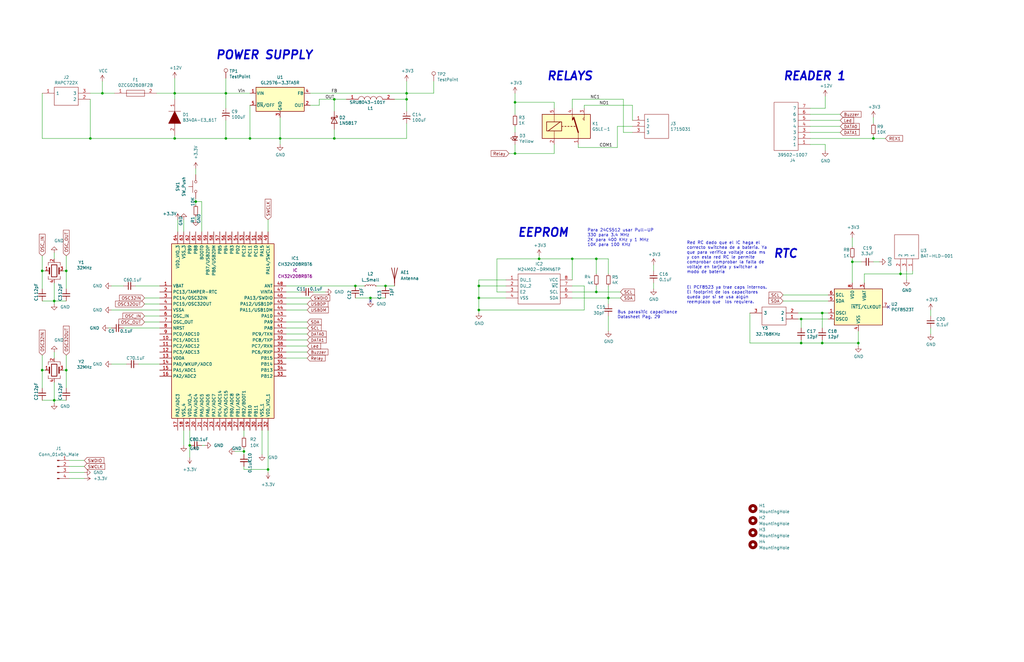
<source format=kicad_sch>
(kicad_sch (version 20211123) (generator eeschema)
  (paper "B")
  (title_block (date "2023-05-28"))
  (junction (at 337.82 144.78))
  (junction (at 359.41 110.49))
  (junction (at 162.56 120.65))
  (junction (at 22.86 127))
  (junction (at 27.94 156.21))
  (junction (at 346.71 132.08))
  (junction (at 17.78 156.21))
  (junction (at 251.46 109.22))
  (junction (at 217.17 64.77))
  (junction (at 43.18 39.37))
  (junction (at 379.73 115.57))
  (junction (at 118.11 58.42))
  (junction (at 73.66 58.42))
  (junction (at 22.86 168.91))
  (junction (at 95.25 39.37))
  (junction (at 201.93 120.65))
  (junction (at 227.33 109.22))
  (junction (at 337.82 134.62))
  (junction (at 113.03 198.12))
  (junction (at 368.3 58.42))
  (junction (at 82.55 85.09))
  (junction (at 95.25 58.42))
  (junction (at 149.86 120.65))
  (junction (at 241.3 109.22))
  (junction (at 217.17 43.18))
  (junction (at 73.66 39.37))
  (junction (at 105.41 58.42))
  (junction (at 201.93 125.73))
  (junction (at 201.93 130.81))
  (junction (at 38.1 58.42))
  (junction (at 361.95 144.78))
  (junction (at 102.87 190.5))
  (junction (at 140.97 41.91))
  (junction (at 80.01 187.96))
  (junction (at 171.45 39.37))
  (junction (at 140.97 58.42))
  (junction (at 17.78 114.3))
  (junction (at 256.54 125.73))
  (junction (at 346.71 144.78))
  (junction (at 171.45 41.91))
  (junction (at 251.46 123.19))
  (junction (at 156.21 125.73))
  (junction (at 27.94 114.3))
  (no_connect (at 156.21 127))
  (no_connect (at 374.65 129.54))
  (wire (pts (xy 260.35 53.34) (xy 260.35 62.23)))
  (wire (pts (xy 27.94 107.95) (xy 27.94 114.3)))
  (wire (pts (xy 132.08 123.19) (xy 137.16 123.19)))
  (wire (pts (xy 156.21 125.73) (xy 162.56 125.73)))
  (wire (pts (xy 130.81 39.37) (xy 171.45 39.37)))
  (wire (pts (xy 95.25 50.8) (xy 95.25 58.42)))
  (wire (pts (xy 363.22 110.49) (xy 359.41 110.49)))
  (wire (pts (xy 246.38 120.65) (xy 246.38 130.81)))
  (wire (pts (xy 336.55 132.08) (xy 346.71 132.08)))
  (wire (pts (xy 337.82 134.62) (xy 336.55 134.62)))
  (wire (pts (xy 373.38 58.42) (xy 368.3 58.42)))
  (wire (pts (xy 102.87 181.61) (xy 102.87 184.15)))
  (wire (pts (xy 341.63 58.42) (xy 368.3 58.42)))
  (wire (pts (xy 392.43 130.81) (xy 392.43 133.35)))
  (wire (pts (xy 120.65 148.59) (xy 129.54 148.59)))
  (wire (pts (xy 95.25 58.42) (xy 105.41 58.42)))
  (wire (pts (xy 359.41 100.33) (xy 359.41 104.14)))
  (wire (pts (xy 29.21 201.93) (xy 35.56 201.93)))
  (wire (pts (xy 134.62 44.45) (xy 134.62 41.91)))
  (wire (pts (xy 251.46 115.57) (xy 251.46 109.22)))
  (wire (pts (xy 73.66 39.37) (xy 73.66 33.02)))
  (wire (pts (xy 368.3 58.42) (xy 368.3 57.15)))
  (wire (pts (xy 102.87 196.85) (xy 102.87 198.12)))
  (wire (pts (xy 256.54 125.73) (xy 241.3 125.73)))
  (wire (pts (xy 213.36 118.11) (xy 201.93 118.11)))
  (wire (pts (xy 346.71 138.43) (xy 346.71 132.08)))
  (wire (pts (xy 149.86 125.73) (xy 156.21 125.73)))
  (wire (pts (xy 17.78 39.37) (xy 17.78 58.42)))
  (wire (pts (xy 337.82 143.51) (xy 337.82 144.78)))
  (wire (pts (xy 95.25 33.02) (xy 95.25 39.37)))
  (wire (pts (xy 22.86 168.91) (xy 27.94 168.91)))
  (wire (pts (xy 213.36 125.73) (xy 201.93 125.73)))
  (wire (pts (xy 99.06 190.5) (xy 102.87 190.5)))
  (wire (pts (xy 330.2 124.46) (xy 349.25 124.46)))
  (wire (pts (xy 22.86 119.38) (xy 22.86 127)))
  (wire (pts (xy 120.65 140.97) (xy 129.54 140.97)))
  (wire (pts (xy 227.33 109.22) (xy 227.33 107.95)))
  (wire (pts (xy 392.43 138.43) (xy 392.43 140.97)))
  (wire (pts (xy 241.3 109.22) (xy 227.33 109.22)))
  (wire (pts (xy 347.98 40.64) (xy 347.98 45.72)))
  (wire (pts (xy 316.23 144.78) (xy 337.82 144.78)))
  (wire (pts (xy 17.78 114.3) (xy 19.05 114.3)))
  (wire (pts (xy 354.33 48.26) (xy 341.63 48.26)))
  (wire (pts (xy 120.65 143.51) (xy 129.54 143.51)))
  (wire (pts (xy 316.23 132.08) (xy 316.23 144.78)))
  (wire (pts (xy 260.35 62.23) (xy 243.84 62.23)))
  (wire (pts (xy 233.68 45.72) (xy 233.68 43.18)))
  (wire (pts (xy 171.45 52.07) (xy 171.45 58.42)))
  (wire (pts (xy 140.97 46.99) (xy 140.97 41.91)))
  (wire (pts (xy 337.82 138.43) (xy 337.82 134.62)))
  (wire (pts (xy 347.98 45.72) (xy 341.63 45.72)))
  (wire (pts (xy 256.54 120.65) (xy 256.54 125.73)))
  (wire (pts (xy 120.65 146.05) (xy 129.54 146.05)))
  (wire (pts (xy 29.21 194.31) (xy 35.56 194.31)))
  (wire (pts (xy 22.86 127) (xy 22.86 128.27)))
  (wire (pts (xy 256.54 109.22) (xy 251.46 109.22)))
  (wire (pts (xy 354.33 53.34) (xy 341.63 53.34)))
  (wire (pts (xy 85.09 85.09) (xy 82.55 85.09)))
  (wire (pts (xy 217.17 43.18) (xy 217.17 48.26)))
  (wire (pts (xy 171.45 34.29) (xy 171.45 39.37)))
  (wire (pts (xy 105.41 58.42) (xy 118.11 58.42)))
  (wire (pts (xy 130.81 44.45) (xy 134.62 44.45)))
  (wire (pts (xy 95.25 45.72) (xy 95.25 39.37)))
  (wire (pts (xy 120.65 123.19) (xy 127 123.19)))
  (wire (pts (xy 346.71 143.51) (xy 346.71 144.78)))
  (wire (pts (xy 346.71 144.78) (xy 361.95 144.78)))
  (wire (pts (xy 262.89 55.88) (xy 262.89 41.91)))
  (wire (pts (xy 354.33 55.88) (xy 341.63 55.88)))
  (wire (pts (xy 77.47 92.71) (xy 77.47 97.79)))
  (wire (pts (xy 60.96 125.73) (xy 67.31 125.73)))
  (wire (pts (xy 171.45 58.42) (xy 140.97 58.42)))
  (wire (pts (xy 46.99 153.67) (xy 53.34 153.67)))
  (wire (pts (xy 359.41 109.22) (xy 359.41 110.49)))
  (wire (pts (xy 233.68 64.77) (xy 217.17 64.77)))
  (wire (pts (xy 73.66 57.15) (xy 73.66 58.42)))
  (wire (pts (xy 246.38 130.81) (xy 201.93 130.81)))
  (wire (pts (xy 85.09 187.96) (xy 86.36 187.96)))
  (wire (pts (xy 266.7 55.88) (xy 262.89 55.88)))
  (wire (pts (xy 384.81 114.3) (xy 384.81 115.57)))
  (wire (pts (xy 60.96 133.35) (xy 67.31 133.35)))
  (wire (pts (xy 45.72 138.43) (xy 46.99 138.43)))
  (wire (pts (xy 379.73 115.57) (xy 379.73 114.3)))
  (wire (pts (xy 120.65 120.65) (xy 149.86 120.65)))
  (wire (pts (xy 102.87 190.5) (xy 102.87 191.77)))
  (wire (pts (xy 118.11 49.53) (xy 118.11 58.42)))
  (wire (pts (xy 364.49 115.57) (xy 379.73 115.57)))
  (wire (pts (xy 22.86 106.68) (xy 22.86 109.22)))
  (wire (pts (xy 17.78 107.95) (xy 17.78 114.3)))
  (wire (pts (xy 275.59 119.38) (xy 275.59 121.92)))
  (wire (pts (xy 120.65 125.73) (xy 130.81 125.73)))
  (wire (pts (xy 17.78 156.21) (xy 19.05 156.21)))
  (wire (pts (xy 77.47 181.61) (xy 77.47 187.96)))
  (wire (pts (xy 80.01 181.61) (xy 80.01 187.96)))
  (wire (pts (xy 85.09 97.79) (xy 85.09 85.09)))
  (wire (pts (xy 266.7 53.34) (xy 260.35 53.34)))
  (wire (pts (xy 73.66 41.91) (xy 73.66 39.37)))
  (wire (pts (xy 241.3 118.11) (xy 241.3 109.22)))
  (wire (pts (xy 140.97 54.61) (xy 140.97 58.42)))
  (wire (pts (xy 17.78 127) (xy 22.86 127)))
  (wire (pts (xy 102.87 189.23) (xy 102.87 190.5)))
  (wire (pts (xy 38.1 41.91) (xy 38.1 58.42)))
  (wire (pts (xy 256.54 128.27) (xy 256.54 125.73)))
  (wire (pts (xy 110.49 181.61) (xy 110.49 191.77)))
  (wire (pts (xy 182.88 39.37) (xy 171.45 39.37)))
  (wire (pts (xy 201.93 130.81) (xy 201.93 132.08)))
  (wire (pts (xy 330.2 127) (xy 349.25 127)))
  (wire (pts (xy 80.01 187.96) (xy 80.01 193.04)))
  (wire (pts (xy 105.41 44.45) (xy 105.41 58.42)))
  (wire (pts (xy 120.65 138.43) (xy 129.54 138.43)))
  (wire (pts (xy 384.81 115.57) (xy 379.73 115.57)))
  (wire (pts (xy 262.89 41.91) (xy 241.3 41.91)))
  (wire (pts (xy 120.65 130.81) (xy 129.54 130.81)))
  (wire (pts (xy 43.18 34.29) (xy 43.18 39.37)))
  (wire (pts (xy 266.7 44.45) (xy 246.38 44.45)))
  (wire (pts (xy 359.41 110.49) (xy 359.41 119.38)))
  (wire (pts (xy 382.27 118.11) (xy 382.27 114.3)))
  (wire (pts (xy 156.21 125.73) (xy 156.21 127)))
  (wire (pts (xy 171.45 39.37) (xy 171.45 41.91)))
  (wire (pts (xy 162.56 120.65) (xy 166.37 120.65)))
  (wire (pts (xy 27.94 114.3) (xy 27.94 121.92)))
  (wire (pts (xy 261.62 125.73) (xy 256.54 125.73)))
  (wire (pts (xy 113.03 181.61) (xy 113.03 198.12)))
  (wire (pts (xy 22.86 161.29) (xy 22.86 168.91)))
  (wire (pts (xy 120.65 151.13) (xy 129.54 151.13)))
  (wire (pts (xy 347.98 60.96) (xy 347.98 63.5)))
  (wire (pts (xy 246.38 44.45) (xy 246.38 45.72)))
  (wire (pts (xy 241.3 123.19) (xy 251.46 123.19)))
  (wire (pts (xy 368.3 52.07) (xy 368.3 49.53)))
  (wire (pts (xy 233.68 43.18) (xy 217.17 43.18)))
  (wire (pts (xy 74.93 92.71) (xy 74.93 97.79)))
  (wire (pts (xy 354.33 50.8) (xy 341.63 50.8)))
  (wire (pts (xy 361.95 144.78) (xy 361.95 146.05)))
  (wire (pts (xy 102.87 198.12) (xy 113.03 198.12)))
  (wire (pts (xy 17.78 149.86) (xy 17.78 156.21)))
  (wire (pts (xy 256.54 133.35) (xy 256.54 139.7)))
  (wire (pts (xy 27.94 149.86) (xy 27.94 156.21)))
  (wire (pts (xy 120.65 135.89) (xy 129.54 135.89)))
  (wire (pts (xy 82.55 83.82) (xy 82.55 85.09)))
  (wire (pts (xy 140.97 41.91) (xy 146.05 41.91)))
  (wire (pts (xy 43.18 39.37) (xy 48.26 39.37)))
  (wire (pts (xy 73.66 39.37) (xy 95.25 39.37)))
  (wire (pts (xy 233.68 60.96) (xy 233.68 64.77)))
  (wire (pts (xy 217.17 53.34) (xy 217.17 55.88)))
  (wire (pts (xy 201.93 118.11) (xy 201.93 120.65)))
  (wire (pts (xy 60.96 128.27) (xy 67.31 128.27)))
  (wire (pts (xy 213.36 120.65) (xy 201.93 120.65)))
  (wire (pts (xy 214.63 64.77) (xy 217.17 64.77)))
  (wire (pts (xy 118.11 58.42) (xy 140.97 58.42)))
  (wire (pts (xy 361.95 139.7) (xy 361.95 144.78)))
  (wire (pts (xy 241.3 41.91) (xy 241.3 45.72)))
  (wire (pts (xy 52.07 138.43) (xy 67.31 138.43)))
  (wire (pts (xy 341.63 60.96) (xy 347.98 60.96)))
  (wire (pts (xy 82.55 91.44) (xy 82.55 92.71)))
  (wire (pts (xy 66.04 39.37) (xy 73.66 39.37)))
  (wire (pts (xy 337.82 144.78) (xy 346.71 144.78)))
  (wire (pts (xy 27.94 156.21) (xy 27.94 163.83)))
  (wire (pts (xy 182.88 34.29) (xy 182.88 39.37)))
  (wire (pts (xy 251.46 123.19) (xy 261.62 123.19)))
  (wire (pts (xy 275.59 111.76) (xy 275.59 114.3)))
  (wire (pts (xy 17.78 114.3) (xy 17.78 121.92)))
  (wire (pts (xy 22.86 148.59) (xy 22.86 151.13)))
  (wire (pts (xy 82.55 71.12) (xy 82.55 73.66)))
  (wire (pts (xy 243.84 62.23) (xy 243.84 60.96)))
  (wire (pts (xy 113.03 92.71) (xy 113.03 97.79)))
  (wire (pts (xy 209.55 123.19) (xy 209.55 109.22)))
  (wire (pts (xy 209.55 109.22) (xy 227.33 109.22)))
  (wire (pts (xy 82.55 85.09) (xy 82.55 86.36)))
  (wire (pts (xy 349.25 134.62) (xy 337.82 134.62)))
  (wire (pts (xy 60.96 135.89) (xy 67.31 135.89)))
  (wire (pts (xy 120.65 128.27) (xy 129.54 128.27)))
  (wire (pts (xy 217.17 64.77) (xy 217.17 60.96)))
  (wire (pts (xy 364.49 115.57) (xy 364.49 119.38)))
  (wire (pts (xy 201.93 125.73) (xy 201.93 130.81)))
  (wire (pts (xy 251.46 120.65) (xy 251.46 123.19)))
  (wire (pts (xy 251.46 109.22) (xy 241.3 109.22)))
  (wire (pts (xy 171.45 46.99) (xy 171.45 41.91)))
  (wire (pts (xy 213.36 123.19) (xy 209.55 123.19)))
  (wire (pts (xy 266.7 50.8) (xy 266.7 44.45)))
  (wire (pts (xy 38.1 39.37) (xy 43.18 39.37)))
  (wire (pts (xy 346.71 132.08) (xy 349.25 132.08)))
  (wire (pts (xy 22.86 168.91) (xy 22.86 170.18)))
  (wire (pts (xy 26.67 156.21) (xy 27.94 156.21)))
  (wire (pts (xy 241.3 120.65) (xy 246.38 120.65)))
  (wire (pts (xy 158.75 120.65) (xy 162.56 120.65)))
  (wire (pts (xy 46.99 120.65) (xy 52.07 120.65)))
  (wire (pts (xy 29.21 199.39) (xy 35.56 199.39)))
  (wire (pts (xy 22.86 127) (xy 27.94 127)))
  (wire (pts (xy 58.42 153.67) (xy 67.31 153.67)))
  (wire (pts (xy 149.86 120.65) (xy 153.67 120.65)))
  (wire (pts (xy 26.67 114.3) (xy 27.94 114.3)))
  (wire (pts (xy 113.03 198.12) (xy 113.03 199.39)))
  (wire (pts (xy 370.84 110.49) (xy 368.3 110.49)))
  (wire (pts (xy 17.78 156.21) (xy 17.78 163.83)))
  (wire (pts (xy 256.54 115.57) (xy 256.54 109.22)))
  (wire (pts (xy 73.66 58.42) (xy 95.25 58.42)))
  (wire (pts (xy 201.93 120.65) (xy 201.93 125.73)))
  (wire (pts (xy 217.17 39.37) (xy 217.17 43.18)))
  (wire (pts (xy 118.11 60.96) (xy 118.11 58.42)))
  (wire (pts (xy 46.99 130.81) (xy 67.31 130.81)))
  (wire (pts (xy 166.37 41.91) (xy 171.45 41.91)))
  (wire (pts (xy 38.1 58.42) (xy 73.66 58.42)))
  (wire (pts (xy 134.62 41.91) (xy 140.97 41.91)))
  (wire (pts (xy 29.21 196.85) (xy 35.56 196.85)))
  (wire (pts (xy 17.78 168.91) (xy 22.86 168.91)))
  (wire (pts (xy 17.78 58.42) (xy 38.1 58.42)))
  (wire (pts (xy 57.15 120.65) (xy 67.31 120.65)))
  (wire (pts (xy 105.41 39.37) (xy 95.25 39.37)))
  (text "RELAYS" (at 250.19 34.29 180) (effects (font (size 3.5052 3.5052) (thickness 0.701) bold italic) (justify right bottom)))
  (text "RTC" (at 336.55 109.22 180) (effects (font (size 3.5052 3.5052) (thickness 0.701) bold italic) (justify right bottom)))
  (text "READER 1" (at 356.87 34.29 180) (effects (font (size 3.5052 3.5052) (thickness 0.701) bold italic) (justify right bottom)))
  (text "EEPROM" (at 240.03 100.33 180) (effects (font (size 3.5052 3.5052) (thickness 0.701) bold italic) (justify right bottom)))
  (text "Bus parasitic capacitance\nDatasheet Pag. 29\n" (at 260.35 134.62 0) (effects (font (size 1.27 1.27)) (justify left bottom)))
  (text "Red RC dado que el IC haga el\ncorrecto switchea de a bateria. Ya\nque para verifica voltaje cada ms\ny con esta red RC le permite\ncomprobar comprobar la falta de\nvoltaje en tarjeta y switchar a\nmodo de batería" (at 289.56 115.57 0) (effects (font (size 1.27 1.27)) (justify left bottom)))
  (text "El PCF8523 ya trae caps internos.\nEl footprint de los capacitores \nqueda por si se usa algún\nreemplazo que  los requiera." (at 289.56 128.27 0) (effects (font (size 1.27 1.27)) (justify left bottom)))
  (text "POWER SUPPLY" (at 132.08 25.4 180) (effects (font (size 3.5052 3.5052) (thickness 0.701) bold italic) (justify right bottom)))
  (text "Para 24CS512 usar Pull-UP\n330 para 3.4 MHz\n2K para 400 KHz y 1 MHz\n10K para 100 KHz" (at 247.65 104.14 0) (effects (font (size 1.27 1.27)) (justify left bottom)))
  (label "NO1" (at 252.73 44.45 0))
  (label "Vin" (at 100.33 39.37 0))
  (label "FB" (at 139.7 39.37 0))
  (label "OUT" (at 137.16 41.91 0))
  (label "NC1" (at 248.92 41.91 0))
  (label "COM1" (at 252.73 62.23 0))
  (global_label "SWCLK" (shape input) (at 35.56 196.85 0) (property "Intersheet References" "${INTERSHEET_REFS}" (effects hide)))
  (global_label "SWCLK" (shape input) (at 113.03 92.71 90) (property "Intersheet References" "${INTERSHEET_REFS}" (effects hide)))
  (global_label "Relay" (shape input) (at 129.54 151.13 0) (property "Intersheet References" "${INTERSHEET_REFS}" (effects hide)))
  (global_label "SWDIO" (shape input) (at 35.56 194.31 0) (property "Intersheet References" "${INTERSHEET_REFS}" (effects hide)))
  (global_label "DATA0" (shape input) (at 129.54 140.97 0) (property "Intersheet References" "${INTERSHEET_REFS}" (effects hide)))
  (global_label "OSC32OUT" (shape input) (at 27.94 149.86 90) (property "Intersheet References" "${INTERSHEET_REFS}" (effects hide)))
  (global_label "REX1" (shape input) (at 373.38 58.42 0) (property "Intersheet References" "${INTERSHEET_REFS}" (effects hide)))
  (global_label "DATA0" (shape input) (at 354.33 53.34 0) (property "Intersheet References" "${INTERSHEET_REFS}" (effects hide)))
  (global_label "USBDP" (shape input) (at 129.54 128.27 0) (property "Intersheet References" "${INTERSHEET_REFS}" (effects hide)))
  (global_label "OSC_OUT" (shape input) (at 60.96 135.89 180) (property "Intersheet References" "${INTERSHEET_REFS}" (effects hide)))
  (global_label "Led" (shape input) (at 354.33 50.8 0) (property "Intersheet References" "${INTERSHEET_REFS}" (effects hide)))
  (global_label "OSC32OUT" (shape input) (at 60.96 128.27 180) (property "Intersheet References" "${INTERSHEET_REFS}" (effects hide)))
  (global_label "DATA1" (shape input) (at 354.33 55.88 0) (property "Intersheet References" "${INTERSHEET_REFS}" (effects hide)))
  (global_label "OSC32IN" (shape input) (at 17.78 149.86 90) (property "Intersheet References" "${INTERSHEET_REFS}" (effects hide)))
  (global_label "Buzzer" (shape input) (at 129.54 148.59 0) (property "Intersheet References" "${INTERSHEET_REFS}" (effects hide)))
  (global_label "SDA" (shape input) (at 261.62 125.73 0) (property "Intersheet References" "${INTERSHEET_REFS}" (effects hide)))
  (global_label "SWDIO" (shape input) (at 130.81 125.73 0) (property "Intersheet References" "${INTERSHEET_REFS}" (effects hide)))
  (global_label "OSC_OUT" (shape input) (at 27.94 107.95 90) (property "Intersheet References" "${INTERSHEET_REFS}" (effects hide)))
  (global_label "OSC32IN" (shape input) (at 60.96 125.73 180) (property "Intersheet References" "${INTERSHEET_REFS}" (effects hide)))
  (global_label "OSC_IN" (shape input) (at 60.96 133.35 180) (property "Intersheet References" "${INTERSHEET_REFS}" (effects hide)))
  (global_label "Relay" (shape input) (at 214.63 64.77 180) (property "Intersheet References" "${INTERSHEET_REFS}" (effects hide)))
  (global_label "OSC_IN" (shape input) (at 17.78 107.95 90) (property "Intersheet References" "${INTERSHEET_REFS}" (effects hide)))
  (global_label "Buzzer" (shape input) (at 354.33 48.26 0) (property "Intersheet References" "${INTERSHEET_REFS}" (effects hide)))
  (global_label "SCL" (shape input) (at 330.2 124.46 180) (property "Intersheet References" "${INTERSHEET_REFS}" (effects hide)))
  (global_label "SCL" (shape input) (at 261.62 123.19 0) (property "Intersheet References" "${INTERSHEET_REFS}" (effects hide)))
  (global_label "DATA1" (shape input) (at 129.54 143.51 0) (property "Intersheet References" "${INTERSHEET_REFS}" (effects hide)))
  (global_label "SCL" (shape input) (at 129.54 138.43 0) (property "Intersheet References" "${INTERSHEET_REFS}" (effects hide)))
  (global_label "SDA" (shape input) (at 330.2 127 180) (property "Intersheet References" "${INTERSHEET_REFS}" (effects hide)))
  (global_label "Led" (shape input) (at 129.54 146.05 0) (property "Intersheet References" "${INTERSHEET_REFS}" (effects hide)))
  (global_label "SDA" (shape input) (at 129.54 135.89 0) (property "Intersheet References" "${INTERSHEET_REFS}" (effects hide)))
  (global_label "USBDM" (shape input) (at 129.54 130.81 0) (property "Intersheet References" "${INTERSHEET_REFS}" (effects hide)))
  (symbol (lib_id "NE31-V5.1-rescue:RAPC722X-Loader") (at 38.1 39.37 0) (mirror y) (unit 1)
    (property "Reference" "J2" (at 27.94 32.639 0))
    (property "Value" "RAPC722X" (at 27.94 34.9504 0))
    (property "Footprint" "Library Loader:RAPC722X" (effects hide))
    (property "Datasheet" "http://www.switchcraft.com/Drawings/rapc722x_cd.pdf" (effects hide))
    (property "Description" "DC Powered Thermoplastic Jack Connector Right Angle DC Power Plug Rated At 5A, PCB Mount, length 14.5mm, Nickel Plate" (effects hide))
    (property "Mouser Part Number" "502-RAPC722X" (effects hide))
    (property "Mouser Price/Stock" "https://www.mouser.co.uk/ProductDetail/Switchcraft/RAPC722X?qs=mcPJWgAPNrcpPpDRJojN%252Bg%3D%3D" (effects hide))
    (property "Manufacturer_Name" "Switchcraft" (effects hide))
    (property "Manufacturer_Part_Number" "RAPC722X" (effects hide))
  )
  (symbol (lib_id "NE31-V5.1-rescue:+3.3V-power") (at 392.43 130.81 0) (unit 1)
    (property "Reference" "#PWR040" (effects hide))
    (property "Value" "+3.3V" (at 392.811 126.4158 0))
  )
  (symbol (lib_id "Device:R_Small") (at 368.3 54.61 0) (unit 1)
    (property "Reference" "R9" (at 369.7986 53.4416 0) (effects (justify left)))
    (property "Value" "10K" (at 369.7986 55.753 0) (effects (justify left)))
    (property "Footprint" "Resistor_SMD:R_0805_2012Metric_Pad1.20x1.40mm_HandSolder" (effects hide))
  )
  (symbol (lib_id "Device:C_Small") (at 149.86 123.19 180) (unit 1)
    (property "Reference" "C12" (at 147.32 124.46 90))
    (property "Value" "1pF" (at 152.4 123.19 90))
    (property "Footprint" "Capacitor_SMD:C_0805_2012Metric_Pad1.18x1.45mm_HandSolder" (effects hide))
  )
  (symbol (lib_id "NE31-V5.1-rescue:B340A-E3_61T-Loader") (at 73.66 41.91 270) (unit 1)
    (property "Reference" "D1" (at 76.962 48.3616 90) (effects (justify left)))
    (property "Value" "B340A-E3_61T" (at 76.962 50.673 90) (effects (justify left)))
    (property "Footprint" "Diode_SMD:D_SMA" (effects hide))
    (property "Datasheet" "https://ms.componentsearchengine.com/Datasheets/2/B340A-E3_61T.pdf" (effects hide))
    (property "Description" "VISHAY - B340A-E3/61T - Schottky Rectifier, 40 V, 3 A, Single, DO-214AC (SMA), 2 Pins, 550 mV" (effects hide))
    (property "Height" "2.29" (effects hide))
    (property "Mouser Part Number" "625-BD340A-E3/61T" (effects hide))
    (property "Mouser Price/Stock" "https://www.mouser.co.uk/ProductDetail/Vishay-General-Semiconductor/B340A-E3-61T?qs=tdXsjSi%2FIMY4I2dGLbnpzg%3D%3D" (effects hide))
    (property "Manufacturer_Name" "Vishay" (effects hide))
    (property "Manufacturer_Part_Number" "B340A-E3/61T" (effects hide))
  )
  (symbol (lib_id "power:GND") (at 35.56 199.39 90) (unit 1)
    (property "Reference" "#PWR05" (effects hide))
    (property "Value" "GND" (at 39.37 199.3899 90) (effects (justify right)))
  )
  (symbol (lib_id "Relay:G5LE-1") (at 238.76 53.34 0) (unit 1)
    (property "Reference" "K1" (at 249.682 52.1716 0) (effects (justify left)))
    (property "Value" "G5LE-1" (at 249.682 54.483 0) (effects (justify left)))
    (property "Footprint" "Relay_THT:Relay_SPDT_Omron-G5LE-1" (effects hide))
    (property "Datasheet" "http://www.omron.com/ecb/products/pdf/en-g5le.pdf" (effects hide))
  )
  (symbol (lib_id "Diode:1N5817") (at 140.97 50.8 270) (unit 1)
    (property "Reference" "D2" (at 143.002 49.6316 90) (effects (justify left)))
    (property "Value" "1N5817" (at 143.002 51.943 90) (effects (justify left)))
    (property "Footprint" "Diode_SMD:D_SOD-123" (effects hide))
    (property "Datasheet" "http://www.vishay.com/docs/88525/1n5817.pdf" (effects hide))
    (property "Manufacturer_Name" "Diodes Incorporated" (effects hide))
    (property "Manufacturer_Part_Number" "1N5819HW1-7-F" (effects hide))
  )
  (symbol (lib_id "power:GND") (at 256.54 139.7 0) (unit 1)
    (property "Reference" "#PWR030" (effects hide))
    (property "Value" "GND" (at 256.667 144.0942 0))
  )
  (symbol (lib_id "power:GND") (at 137.16 123.19 90) (unit 1)
    (property "Reference" "#PWR024" (effects hide))
    (property "Value" "GND" (at 140.97 123.1899 90) (effects (justify right)))
  )
  (symbol (lib_id "power:GND") (at 77.47 92.71 180) (unit 1)
    (property "Reference" "#PWR014" (effects hide))
    (property "Value" "GND" (at 76.2 95.25 90) (effects (justify right)))
  )
  (symbol (lib_id "power:GND") (at 45.72 138.43 270) (unit 1)
    (property "Reference" "#PWR08" (effects hide))
    (property "Value" "GND" (at 41.91 138.4299 90) (effects (justify right)))
  )
  (symbol (lib_id "Mechanical:MountingHole") (at 317.5 229.87 0) (unit 1)
    (property "Reference" "H4" (at 320.04 228.5999 0) (effects (justify left)))
    (property "Value" "MountingHole" (at 320.04 231.1399 0) (effects (justify left)))
    (property "Footprint" "MountingHole:MountingHole_4.3mm_M4" (effects hide))
  )
  (symbol (lib_id "NE31-V5.1-rescue:+3.3V-power") (at 359.41 100.33 0) (unit 1)
    (property "Reference" "#PWR035" (effects hide))
    (property "Value" "+3.3V" (at 359.791 95.9358 0))
  )
  (symbol (lib_id "Connector:TestPoint") (at 95.25 33.02 0) (unit 1)
    (property "Reference" "TP1" (at 96.7232 30.0228 0) (effects (justify left)))
    (property "Value" "TestPoint" (at 96.7232 32.3342 0) (effects (justify left)))
    (property "Footprint" "TestPoint:TestPoint_THTPad_1.5x1.5mm_Drill0.7mm" (effects hide))
  )
  (symbol (lib_id "Library Loader:CH32V208RBT6") (at 67.31 120.65 0) (unit 1)
    (property "Reference" "IC1" (at 124.46 108.9912 0))
    (property "Value" "CH32V208RBT6" (at 124.46 111.5312 0))
    (property "Footprint" "Library Loader:CH32V203C8T6_LQFP-48_7x7mm_P0.5mm" (effects hide))
    (property "Reference_1" "IC" (at 124.46 114.0712 0))
    (property "Value_1" "CH32V208RBT6" (at 124.46 116.6112 0))
    (property "Footprint_1" "QFP50P1200X1200X150-64N" (effects hide))
    (property "Datasheet_1" "https://www.wch-ic.com/downloads/CH32V208DS0_PDF.html" (effects hide))
    (property "Height" "1.5" (effects hide))
    (property "Manufacturer_Name" "WCH" (effects hide))
    (property "Manufacturer_Part_Number" "CH32V208RBT6" (effects hide))
  )
  (symbol (lib_id "Device:C_Small") (at 27.94 124.46 180) (unit 1)
    (property "Reference" "C3" (at 25.4 125.73 90))
    (property "Value" "12pF" (at 25.4 121.92 90))
    (property "Footprint" "Capacitor_SMD:C_0805_2012Metric_Pad1.18x1.45mm_HandSolder" (effects hide))
  )
  (symbol (lib_id "Mechanical:MountingHole") (at 317.5 224.79 0) (unit 1)
    (property "Reference" "H3" (at 320.04 223.5199 0) (effects (justify left)))
    (property "Value" "MountingHole" (at 320.04 226.0599 0) (effects (justify left)))
    (property "Footprint" "MountingHole:MountingHole_4.3mm_M4" (effects hide))
  )
  (symbol (lib_id "power:GND") (at 275.59 121.92 0) (unit 1)
    (property "Reference" "#PWR032" (effects hide))
    (property "Value" "GND" (at 275.717 126.3142 0))
  )
  (symbol (lib_id "Device:C_Small") (at 27.94 166.37 180) (unit 1)
    (property "Reference" "C4" (at 25.4 167.64 90))
    (property "Value" "12pF" (at 25.4 163.83 90))
    (property "Footprint" "Capacitor_SMD:C_0805_2012Metric_Pad1.18x1.45mm_HandSolder" (effects hide))
  )
  (symbol (lib_id "power:GND") (at 22.86 170.18 0) (unit 1)
    (property "Reference" "#PWR04" (effects hide))
    (property "Value" "GND" (at 25.4 171.4499 0) (effects (justify left)))
  )
  (symbol (lib_id "BPV2-rescue:+3.3V-power") (at 217.17 39.37 0) (unit 1)
    (property "Reference" "#PWR0101" (effects hide))
    (property "Value" "+3.3V" (at 217.551 34.9758 0))
  )
  (symbol (lib_id "Device:C_Small") (at 102.87 194.31 0) (unit 1)
    (property "Reference" "C10" (at 105.41 193.04 90))
    (property "Value" "0.1uF" (at 105.41 196.85 90))
    (property "Footprint" "Capacitor_SMD:C_0805_2012Metric_Pad1.18x1.45mm_HandSolder" (effects hide))
  )
  (symbol (lib_id "power:GND") (at 22.86 106.68 180) (unit 1)
    (property "Reference" "#PWR01" (effects hide))
    (property "Value" "GND" (at 22.86 101.6 0) (effects (justify right)))
  )
  (symbol (lib_id "power:GND") (at 77.47 187.96 0) (unit 1)
    (property "Reference" "#PWR015" (effects hide))
    (property "Value" "GND" (at 80.01 189.2299 0) (effects (justify left)))
  )
  (symbol (lib_id "Device:R_Small") (at 82.55 88.9 180) (unit 1)
    (property "Reference" "R1" (at 81.28 92.71 90))
    (property "Value" "10K" (at 81.28 85.09 90))
    (property "Footprint" "Resistor_SMD:R_0805_2012Metric_Pad1.20x1.40mm_HandSolder" (effects hide))
  )
  (symbol (lib_id "power:GND") (at 22.86 128.27 0) (unit 1)
    (property "Reference" "#PWR02" (effects hide))
    (property "Value" "GND" (at 25.4 129.5399 0) (effects (justify left)))
  )
  (symbol (lib_id "Device:C_Small") (at 82.55 187.96 90) (unit 1)
    (property "Reference" "C8" (at 81.28 185.42 90))
    (property "Value" "0.1uF" (at 85.09 185.42 90))
    (property "Footprint" "Capacitor_SMD:C_0805_2012Metric_Pad1.18x1.45mm_HandSolder" (effects hide))
  )
  (symbol (lib_id "NE31-V5.1-rescue:39502-1007-Loader") (at 341.63 60.96 180) (unit 1)
    (property "Reference" "J4" (at 334.2132 67.691 0))
    (property "Value" "39502-1007" (at 334.2132 65.3796 0))
    (property "Footprint" "Library Loader:SHDRRA7W80P0X350_1X7_2590X920X730P" (effects hide))
    (property "Datasheet" "https://www.molex.com/pdm_docs/sd/395021007_sd.pdf" (effects hide))
    (property "Description" "Pluggable Terminal Blocks 3.5MM HOR PCB HDR 7 CIRCUITS" (effects hide))
    (property "Height" "7.3" (effects hide))
    (property "Mouser Part Number" "538-39502-1007" (effects hide))
    (property "Mouser Price/Stock" "https://www.mouser.co.uk/ProductDetail/Molex/39502-1007?qs=haJlXwgIYR0hhSR3z4BP8g%3D%3D" (effects hide))
    (property "Manufacturer_Name" "Molex" (effects hide))
    (property "Manufacturer_Part_Number" "39502-1007" (effects hide))
  )
  (symbol (lib_id "power:GND") (at 382.27 118.11 0) (unit 1)
    (property "Reference" "#PWR039" (effects hide))
    (property "Value" "GND" (at 382.397 122.5042 0))
  )
  (symbol (lib_id "Mechanical:MountingHole") (at 317.5 219.71 0) (unit 1)
    (property "Reference" "H2" (at 320.04 218.4399 0) (effects (justify left)))
    (property "Value" "MountingHole" (at 320.04 220.9799 0) (effects (justify left)))
    (property "Footprint" "MountingHole:MountingHole_4.3mm_M4" (effects hide))
  )
  (symbol (lib_id "Device:R_Small") (at 251.46 118.11 0) (unit 1)
    (property "Reference" "R4" (at 246.38 116.84 0) (effects (justify left)))
    (property "Value" "4K" (at 247.65 119.38 0) (effects (justify left)))
    (property "Footprint" "Resistor_SMD:R_0805_2012Metric_Pad1.20x1.40mm_HandSolder" (effects hide))
  )
  (symbol (lib_id "power:GND") (at 46.99 153.67 270) (unit 1)
    (property "Reference" "#PWR011" (effects hide))
    (property "Value" "GND" (at 43.18 153.6699 90) (effects (justify right)))
  )
  (symbol (lib_id "Device:Antenna") (at 166.37 115.57 0) (unit 1)
    (property "Reference" "AE1" (at 168.91 114.9349 0) (effects (justify left)))
    (property "Value" "Antenna" (at 168.91 117.4749 0) (effects (justify left)))
    (property "Footprint" "Library Loader:ANT-F-1-2.4G-0.2MM-FPC-WCH" (effects hide))
  )
  (symbol (lib_id "BPV2-rescue:DO3316P-104MLD-Loader") (at 146.05 41.91 0) (unit 1)
    (property "Reference" "L1" (at 156.21 45.72 0))
    (property "Value" "SRU8043-101Y" (at 154.94 43.18 0))
    (property "Footprint" "Inductor_SMD:L_Bourns-SRU8028_8.0x8.0mm" (effects hide))
    (property "Description" "Fixed Inductors 100uH Unshld 20% 1.3A 280mOhms" (effects hide))
    (property "Height" "5.21" (effects hide))
    (property "Mouser Part Number" "994-DO3316P-104MLD" (effects hide))
    (property "Mouser Price/Stock" "https://www.mouser.co.uk/ProductDetail/Coilcraft/DO3316P-104MLD?qs=zCSbvcPd3pbgNGEz7ZAmHQ%3D%3D" (effects hide))
    (property "Manufacturer_Name" "COILCRAFT" (effects hide))
    (property "Manufacturer_Part_Number" "SRU8043-101Y" (effects hide))
  )
  (symbol (lib_id "power:+3.3V") (at 74.93 92.71 0) (unit 1)
    (property "Reference" "#PWR013" (effects hide))
    (property "Value" "+3.3V" (at 68.58 90.17 0) (effects (justify left)))
  )
  (symbol (lib_id "Device:C_Small") (at 54.61 120.65 90) (unit 1)
    (property "Reference" "C6" (at 53.34 118.11 90))
    (property "Value" "0.1uF" (at 57.15 118.11 90))
    (property "Footprint" "Capacitor_SMD:C_0805_2012Metric_Pad1.18x1.45mm_HandSolder" (effects hide))
  )
  (symbol (lib_id "power:+3.3V") (at 35.56 201.93 270) (unit 1)
    (property "Reference" "#PWR06" (effects hide))
    (property "Value" "+3.3V" (at 39.37 201.9299 90) (effects (justify left)))
  )
  (symbol (lib_id "Device:C_Small") (at 392.43 135.89 0) (unit 1)
    (property "Reference" "C20" (at 394.7668 134.7216 0) (effects (justify left)))
    (property "Value" "0.1uF" (at 394.7668 137.033 0) (effects (justify left)))
    (property "Footprint" "Capacitor_SMD:C_0805_2012Metric_Pad1.18x1.45mm_HandSolder" (effects hide))
    (property "Manufacturer_Name" "Wurth" (effects hide))
    (property "Manufacturer_Part_Number" "885012207016" (effects hide))
    (property "Mouser Part Number" "710-885012207016" (effects hide))
    (property "Mouser Price/Stock" "https://www.mouser.mx/c/passive-components/capacitors/ceramic-capacitors/mlccs-multilayer-ceramic-capacitors/multilayer-ceramic-capacitors-mlcc-smd-smt/?capacitance=0.1%20uF&case%20code%20-%20in=0805&instock=y&sort=pricing" (effects hide))
  )
  (symbol (lib_id "power:+12V") (at 73.66 33.02 0) (unit 1)
    (property "Reference" "#PWR012" (effects hide))
    (property "Value" "+12V" (at 74.041 28.6258 0))
  )
  (symbol (lib_id "Device:C_Small") (at 365.76 110.49 270) (unit 1)
    (property "Reference" "C19" (at 365.76 104.6734 90))
    (property "Value" "3.3uF" (at 365.76 106.9848 90))
    (property "Footprint" "Capacitor_SMD:C_0805_2012Metric_Pad1.18x1.45mm_HandSolder" (effects hide))
  )
  (symbol (lib_id "Device:C_Small") (at 162.56 123.19 180) (unit 1)
    (property "Reference" "C13" (at 160.02 124.46 90))
    (property "Value" "1pF" (at 165.1 123.19 90))
    (property "Footprint" "Capacitor_SMD:C_0805_2012Metric_Pad1.18x1.45mm_HandSolder" (effects hide))
  )
  (symbol (lib_id "NE31-V5.1-rescue:0ZCG0260BF2B-Loader") (at 48.26 39.37 0) (unit 1)
    (property "Reference" "F1" (at 57.15 33.655 0))
    (property "Value" "0ZCG0260BF2B" (at 57.15 35.9664 0))
    (property "Footprint" "Fuse:Fuse_0805_2012Metric_Pad1.15x1.40mm_HandSolder" (effects hide))
    (property "Datasheet" "https://datasheet.datasheetarchive.com/originals/distributors/Datasheets_SAMA/44944b3a27f8483a7253631e04029a1a.pdf" (effects hide))
    (property "Description" "BEL FUSE - CIRCUIT PROTECTION - 0ZCG0260BF2B - FUSE, RESETTABLE PTC, 16VDC, 2.6A, SMD" (effects hide))
    (property "Height" "1.55" (effects hide))
    (property "Manufacturer_Name" "Bel Circuit Protection" (effects hide))
    (property "Manufacturer_Part_Number" "0ZCG0260BF2B" (effects hide))
  )
  (symbol (lib_id "Device:C_Small") (at 129.54 123.19 90) (unit 1)
    (property "Reference" "C11" (at 127 121.92 90))
    (property "Value" "0.1uF" (at 133.35 121.92 90))
    (property "Footprint" "Capacitor_SMD:C_0805_2012Metric_Pad1.18x1.45mm_HandSolder" (effects hide))
  )
  (symbol (lib_id "power:+12V") (at 347.98 40.64 0) (unit 1)
    (property "Reference" "#PWR033" (effects hide))
    (property "Value" "+12V" (at 348.361 36.2458 0))
  )
  (symbol (lib_id "NE31-V5.1-rescue:1715031-Loader") (at 266.7 50.8 0) (unit 1)
    (property "Reference" "J3" (at 282.6512 52.1716 0) (effects (justify left)))
    (property "Value" "1715031" (at 282.6512 54.483 0) (effects (justify left)))
    (property "Footprint" "TerminalBlock_Phoenix:TerminalBlock_Phoenix_MKDS-1,5-3-5.08_1x03_P5.08mm_Horizontal" (effects hide))
    (property "Datasheet" "https://componentsearchengine.com/Datasheets/1/1715031.pdf" (effects hide))
    (property "Description" "Pluggable Terminal Blocks 3 Pos 5.08mm pitch Through Hole Header" (effects hide))
    (property "Height" "8.75" (effects hide))
    (property "Mouser Part Number" "651-1715031" (effects hide))
    (property "Mouser Price/Stock" "https://www.mouser.com/Search/Refine.aspx?Keyword=651-1715031" (effects hide))
    (property "Manufacturer_Name" "Phoenix Contact" (effects hide))
    (property "Manufacturer_Part_Number" "1715031" (effects hide))
  )
  (symbol (lib_id "power:GND") (at 46.99 120.65 270) (unit 1)
    (property "Reference" "#PWR09" (effects hide))
    (property "Value" "GND" (at 43.18 120.6499 90) (effects (justify right)))
  )
  (symbol (lib_id "BPV2-rescue:+3.3V-power") (at 171.45 34.29 0) (unit 1)
    (property "Reference" "#PWR026" (effects hide))
    (property "Value" "+3.3V" (at 171.831 29.8958 0))
  )
  (symbol (lib_id "NE31-V5.1-rescue:BAT-HLD-001-Loader") (at 379.73 114.3 90) (unit 1)
    (property "Reference" "U3" (at 388.0612 105.7148 90) (effects (justify right)))
    (property "Value" "BAT-HLD-001" (at 388.0612 108.0262 90) (effects (justify right)))
    (property "Footprint" "Battery:BatteryHolder_Keystone_3000_1x12mm" (effects hide))
    (property "Description" "Coin Cell Battery Holders Linx CR2032 Battery Holder" (effects hide))
    (property "Height" "4" (effects hide))
    (property "Mouser Part Number" "712-BAT-HLD-001" (effects hide))
    (property "Mouser Price/Stock" "https://www.mouser.co.uk/ProductDetail/Linx-Technologies/BAT-HLD-001?qs=K5ta8V%252BWhta7hbVGfm4dqA%3D%3D" (effects hide))
    (property "Manufacturer_Name" "Linx Technologies" (effects hide))
    (property "Manufacturer_Part_Number" "BAT-HLD-001" (effects hide))
  )
  (symbol (lib_id "NE31-V5.1-rescue:M24M02-DRMN6TP-Loader") (at 213.36 118.11 0) (unit 1)
    (property "Reference" "IC2" (at 227.33 111.379 0))
    (property "Value" "M24M02-DRMN6TP" (at 227.33 113.6904 0))
    (property "Footprint" "Package_SO:SO-8_3.9x4.9mm_P1.27mm" (effects hide))
    (property "Datasheet" "http://www.st.com/content/ccc/resource/technical/document/datasheet/b7/de/9b/f6/03/28/4e/8e/CD00290537.pdf/files/CD00290537.pdf/jcr:content/translations/en.CD00290537.pdf" (effects hide))
    (property "Description" "STMicroelectronics M24M02-DRMN6TP EEPROM Memory, 2Mbit, 450ns, 1.8  5.5 V 8-Pin SOIC" (effects hide))
    (property "Height" "1.75" (effects hide))
    (property "Mouser Part Number" "511-M24M02-DRMN6TP" (effects hide))
    (property "Mouser Price/Stock" "https://www.mouser.co.uk/ProductDetail/STMicroelectronics/M24M02-DRMN6TP?qs=0gj%2FgiofzsPtgZ8EdVfF5w%3D%3D" (effects hide))
    (property "Manufacturer_Name" "STMicroelectronics" (effects hide))
    (property "Manufacturer_Part_Number" "M24M02-DRMN6TP" (effects hide))
  )
  (symbol (lib_id "power:GND") (at 201.93 132.08 0) (unit 1)
    (property "Reference" "#PWR027" (effects hide))
    (property "Value" "GND" (at 202.057 136.4742 0))
  )
  (symbol (lib_id "power:GND") (at 392.43 140.97 0) (unit 1)
    (property "Reference" "#PWR041" (effects hide))
    (property "Value" "GND" (at 392.557 145.3642 0))
  )
  (symbol (lib_id "BPV2-rescue:CP1_Small-Device") (at 171.45 49.53 0) (unit 1)
    (property "Reference" "C14" (at 173.7614 48.3616 0) (effects (justify left)))
    (property "Value" "100uF" (at 173.7614 50.673 0) (effects (justify left)))
    (property "Footprint" "Capacitor_SMD:C_0805_2012Metric_Pad1.18x1.45mm_HandSolder" (effects hide))
    (property "Manufacturer_Name" "Kyocera AVX" (effects hide))
    (property "Manufacturer_Part_Number" "TPSB107M010R0400" (effects hide))
    (property "Mouser Part Number" "581-TPSB107M010R0400" (effects hide))
    (property "Mouser Price/Stock" "https://www.mouser.mx/ProductDetail/Kyocera-AVX/TPSB107M010R0400?qs=rmxM1XIQazfTOF9DkZj0og%3D%3D" (effects hide))
  )
  (symbol (lib_id "Mechanical:MountingHole") (at 317.5 214.63 0) (unit 1)
    (property "Reference" "H1" (at 320.04 213.3599 0) (effects (justify left)))
    (property "Value" "MountingHole" (at 320.04 215.8999 0) (effects (justify left)))
    (property "Footprint" "MountingHole:MountingHole_4.3mm_M4" (effects hide))
  )
  (symbol (lib_id "NE31-V5.1-rescue:+3.3V-power") (at 275.59 111.76 0) (unit 1)
    (property "Reference" "#PWR031" (effects hide))
    (property "Value" "+3.3V" (at 275.971 107.3658 0))
  )
  (symbol (lib_id "power:GND") (at 22.86 148.59 180) (unit 1)
    (property "Reference" "#PWR03" (effects hide))
    (property "Value" "GND" (at 22.86 143.51 0) (effects (justify right)))
  )
  (symbol (lib_id "power:GND") (at 118.11 60.96 0) (unit 1)
    (property "Reference" "#PWR023" (effects hide))
    (property "Value" "GND" (at 118.237 65.3542 0))
  )
  (symbol (lib_id "Connector:TestPoint") (at 182.88 34.29 0) (unit 1)
    (property "Reference" "TP2" (at 184.3532 31.2928 0) (effects (justify left)))
    (property "Value" "TestPoint" (at 184.3532 33.6042 0) (effects (justify left)))
    (property "Footprint" "TestPoint:TestPoint_THTPad_1.5x1.5mm_Drill0.7mm" (effects hide))
  )
  (symbol (lib_id "power:GND") (at 99.06 190.5 270) (unit 1)
    (property "Reference" "#PWR020" (effects hide))
    (property "Value" "GND" (at 97.79 189.23 90) (effects (justify left)))
  )
  (symbol (lib_id "Device:R_Small") (at 217.17 50.8 0) (unit 1)
    (property "Reference" "R3" (at 218.6686 49.6316 0) (effects (justify left)))
    (property "Value" "1K" (at 218.6686 51.943 0) (effects (justify left)))
    (property "Footprint" "Resistor_SMD:R_0805_2012Metric_Pad1.20x1.40mm_HandSolder" (effects hide))
  )
  (symbol (lib_id "Device:R_Small") (at 256.54 118.11 0) (unit 1)
    (property "Reference" "R5" (at 258.0386 116.9416 0) (effects (justify left)))
    (property "Value" "4K" (at 258.0386 119.253 0) (effects (justify left)))
    (property "Footprint" "Resistor_SMD:R_0805_2012Metric_Pad1.20x1.40mm_HandSolder" (effects hide))
  )
  (symbol (lib_id "power:GND") (at 156.21 127 0) (unit 1)
    (property "Reference" "#PWR025" (effects hide))
    (property "Value" "GND" (at 158.75 128.2699 0) (effects (justify left)))
  )
  (symbol (lib_id "Device:C_Small") (at 55.88 153.67 90) (unit 1)
    (property "Reference" "C7" (at 54.61 151.13 90))
    (property "Value" "0.1uF" (at 58.42 151.13 90))
    (property "Footprint" "Capacitor_SMD:C_0805_2012Metric_Pad1.18x1.45mm_HandSolder" (effects hide))
  )
  (symbol (lib_id "Connector:Conn_01x04_Male") (at 24.13 196.85 0) (unit 1)
    (property "Reference" "J1" (at 24.765 189.23 0))
    (property "Value" "Conn_01x04_Male" (at 24.765 191.77 0))
    (property "Footprint" "Connector_PinHeader_2.54mm:PinHeader_1x04_P2.54mm_Vertical" (effects hide))
  )
  (symbol (lib_id "Device:C_Small") (at 337.82 140.97 0) (unit 1)
    (property "Reference" "C17" (at 340.1568 139.8016 0) (effects (justify left)))
    (property "Value" "12pF" (at 340.1568 142.113 0) (effects (justify left)))
    (property "Footprint" "Capacitor_SMD:C_0805_2012Metric_Pad1.18x1.45mm_HandSolder" (effects hide))
  )
  (symbol (lib_id "Device:C_Small") (at 256.54 130.81 0) (unit 1)
    (property "Reference" "C15" (at 251.46 129.54 0) (effects (justify left)))
    (property "Value" "30pF" (at 250.19 132.08 0) (effects (justify left)))
    (property "Footprint" "Capacitor_SMD:C_0805_2012Metric_Pad1.18x1.45mm_HandSolder" (effects hide))
    (property "Manufacturer_Name" "YAGEO" (effects hide))
    (property "Manufacturer_Part_Number" "CC0805JRNPO9BN300" (effects hide))
    (property "Mouser Part Number" "603-CC805JRNPO9BN300" (effects hide))
    (property "Mouser Price/Stock" "https://www.mouser.mx/c/passive-components/capacitors/?q=30pf&capacitance=30%20pF&case%20code%20-%20in=0805&instock=y&sort=pricing" (effects hide))
  )
  (symbol (lib_id "Device:L_Small") (at 156.21 120.65 90) (unit 1)
    (property "Reference" "L2" (at 156.21 115.57 90))
    (property "Value" "L_Small" (at 156.21 118.11 90))
    (property "Footprint" "Inductor_SMD:L_0805_2012Metric_Pad1.15x1.40mm_HandSolder" (effects hide))
  )
  (symbol (lib_id "Device:C_Small") (at 346.71 140.97 0) (unit 1)
    (property "Reference" "C18" (at 349.0468 139.8016 0) (effects (justify left)))
    (property "Value" "12pF" (at 349.0468 142.113 0) (effects (justify left)))
    (property "Footprint" "Capacitor_SMD:C_0805_2012Metric_Pad1.18x1.45mm_HandSolder" (effects hide))
  )
  (symbol (lib_id "NE31-V5.1-rescue:+3.3V-power") (at 368.3 49.53 0) (unit 1)
    (property "Reference" "#PWR037" (effects hide))
    (property "Value" "+3.3V" (at 368.681 45.1358 0))
  )
  (symbol (lib_id "Device:R_Small") (at 359.41 106.68 0) (unit 1)
    (property "Reference" "R8" (at 355.6 105.41 0) (effects (justify left)))
    (property "Value" "1K" (at 355.6 107.95 0) (effects (justify left)))
    (property "Footprint" "Resistor_SMD:R_0805_2012Metric_Pad1.20x1.40mm_HandSolder" (effects hide))
  )
  (symbol (lib_id "Device:C_Small") (at 49.53 138.43 90) (unit 1)
    (property "Reference" "C5" (at 46.99 139.7 90))
    (property "Value" "0.1uF" (at 53.34 139.7 90))
    (property "Footprint" "Capacitor_SMD:C_0805_2012Metric_Pad1.18x1.45mm_HandSolder" (effects hide))
  )
  (symbol (lib_id "NE31-V5.1-rescue:AB26TRB-32.768KHZ-T-Loader") (at 316.23 132.08 0) (unit 1)
    (property "Reference" "Y3" (at 322.58 138.43 0))
    (property "Value" "32.768KHz" (at 323.85 140.97 0))
    (property "Footprint" "Crystal:Crystal_DS10_D1.0mm_L4.3mm_Horizontal" (effects hide))
    (property "Datasheet" "http://www.abracon.com/Resonators/AB26TRB.pdf" (effects hide))
    (property "Description" "ABRACON - AB26TRB-32.768KHZ-T - CRYSTAL, 32.768KHZ, 12.5PF, SMD" (effects hide))
    (property "Height" "2" (effects hide))
    (property "Mouser Part Number" "815-AB26TRB-32.76KHZ" (effects hide))
    (property "Mouser Price/Stock" "https://www.mouser.co.uk/ProductDetail/ABRACON/AB26TRB-32768KHZ-T?qs=zLkLEWnxMJxvNSOWUdz81Q%3D%3D" (effects hide))
    (property "Manufacturer_Name" "ABRACON" (effects hide))
    (property "Manufacturer_Part_Number" "AB26TRB-32.768KHZ-T" (effects hide))
  )
  (symbol (lib_id "Device:Crystal_GND24") (at 22.86 156.21 0) (unit 1)
    (property "Reference" "Y2" (at 34.29 152.6286 0))
    (property "Value" "32MHz" (at 35.56 154.94 0))
    (property "Footprint" "Crystal:Crystal_SMD_SeikoEpson_FA238-4Pin_3.2x2.5mm_HandSoldering" (effects hide))
  )
  (symbol (lib_id "Switch:SW_Push") (at 82.55 78.74 90) (unit 1)
    (property "Reference" "SW1" (at 74.93 78.74 0))
    (property "Value" "SW_Push" (at 77.47 78.74 0))
    (property "Footprint" "Library Loader:KMR621NGLFS" (effects hide))
  )
  (symbol (lib_id "Device:Crystal_GND24") (at 22.86 114.3 0) (unit 1)
    (property "Reference" "Y1" (at 34.29 110.7186 0))
    (property "Value" "32MHz" (at 35.56 113.03 0))
    (property "Footprint" "Crystal:Crystal_SMD_SeikoEpson_FA238-4Pin_3.2x2.5mm_HandSoldering" (effects hide))
  )
  (symbol (lib_id "power:GND") (at 46.99 130.81 270) (unit 1)
    (property "Reference" "#PWR010" (effects hide))
    (property "Value" "GND" (at 43.18 130.8099 90) (effects (justify right)))
  )
  (symbol (lib_id "Timer_RTC:PCF8523T") (at 361.95 129.54 0) (unit 1)
    (property "Reference" "U2" (at 375.7676 128.3716 0) (effects (justify left)))
    (property "Value" "PCF8523T" (at 375.7676 130.683 0) (effects (justify left)))
    (property "Footprint" "Package_SO:SOIC-8_3.9x4.9mm_P1.27mm" (effects hide))
    (property "Datasheet" "https://www.nxp.com/docs/en/data-sheet/PCF8523.pdf" (effects hide))
  )
  (symbol (lib_id "Regulator_Switching:GL2576-3.3TA5R") (at 118.11 41.91 0) (unit 1)
    (property "Reference" "U1" (at 118.11 32.5882 0))
    (property "Value" "GL2576-3.3TA5R" (at 118.11 34.8996 0))
    (property "Footprint" "Package_TO_SOT_SMD:TO-263-5_TabPin3" (effects hide))
    (property "Datasheet" "http://www.dianyuan.com/bbs/u/54/437861181916300.pdf" (effects hide))
    (property "Manufacturer_Name" "onsemi" (effects hide))
    (property "Manufacturer_Part_Number" "LM2576D2TR4-3.3G" (effects hide))
    (property "Mouser Part Number" "863-LM2576D2TR4-3.3G" (effects hide))
    (property "Mouser Price/Stock" "https://www.mouser.mx/datasheet/2/308/LM2576_D-1810688.pdf" (effects hide))
  )
  (symbol (lib_id "power:GND") (at 110.49 191.77 0) (unit 1)
    (property "Reference" "#PWR021" (effects hide))
    (property "Value" "GND" (at 113.03 193.0399 0) (effects (justify left)))
  )
  (symbol (lib_id "power:GND") (at 361.95 146.05 0) (unit 1)
    (property "Reference" "#PWR036" (effects hide))
    (property "Value" "GND" (at 362.077 150.4442 0))
  )
  (symbol (lib_id "NE31-V5.1-rescue:+3.3V-power") (at 227.33 107.95 0) (unit 1)
    (property "Reference" "#PWR029" (effects hide))
    (property "Value" "+3.3V" (at 227.711 103.5558 0))
  )
  (symbol (lib_id "power:+3.3V") (at 82.55 71.12 0) (unit 1)
    (property "Reference" "#PWR017" (effects hide))
    (property "Value" "+3.3V" (at 82.5499 67.31 90) (effects (justify left)))
  )
  (symbol (lib_id "Device:C_Small") (at 275.59 116.84 0) (unit 1)
    (property "Reference" "C16" (at 277.9268 115.6716 0) (effects (justify left)))
    (property "Value" "0.1uF" (at 277.9268 117.983 0) (effects (justify left)))
    (property "Footprint" "Capacitor_SMD:C_0805_2012Metric_Pad1.18x1.45mm_HandSolder" (effects hide))
    (property "Manufacturer_Name" "Wurth" (effects hide))
    (property "Manufacturer_Part_Number" "885012207016" (effects hide))
    (property "Mouser Part Number" "710-885012207016" (effects hide))
    (property "Mouser Price/Stock" "https://www.mouser.mx/c/passive-components/capacitors/ceramic-capacitors/mlccs-multilayer-ceramic-capacitors/multilayer-ceramic-capacitors-mlcc-smd-smt/?capacitance=0.1%20uF&case%20code%20-%20in=0805&instock=y&sort=pricing" (effects hide))
  )
  (symbol (lib_id "power:+3.3V") (at 80.01 193.04 180) (unit 1)
    (property "Reference" "#PWR016" (effects hide))
    (property "Value" "+3.3V" (at 80.01 198.12 0))
  )
  (symbol (lib_id "Device:C_Small") (at 17.78 124.46 180) (unit 1)
    (property "Reference" "C1" (at 15.24 125.73 90))
    (property "Value" "12pF" (at 15.24 121.92 90))
    (property "Footprint" "Capacitor_SMD:C_0805_2012Metric_Pad1.18x1.45mm_HandSolder" (effects hide))
  )
  (symbol (lib_id "power:GND") (at 82.55 92.71 0) (unit 1)
    (property "Reference" "#PWR018" (effects hide))
    (property "Value" "GND" (at 83.82 90.17 90) (effects (justify right)))
  )
  (symbol (lib_id "power:+3.3V") (at 113.03 199.39 180) (unit 1)
    (property "Reference" "#PWR022" (effects hide))
    (property "Value" "+3.3V" (at 113.03 204.47 0))
  )
  (symbol (lib_id "BPV2-rescue:CP1_Small-Device") (at 95.25 48.26 0) (unit 1)
    (property "Reference" "C9" (at 97.5614 47.0916 0) (effects (justify left)))
    (property "Value" "100uF" (at 97.5614 49.403 0) (effects (justify left)))
    (property "Footprint" "Capacitor_SMD:C_1210_3225Metric_Pad1.33x2.70mm_HandSolder" (effects hide))
    (property "Manufacturer_Name" "Kyocera AVX" (effects hide))
    (property "Manufacturer_Part_Number" "TPSB107M010R0400" (effects hide))
    (property "Mouser Part Number" "581-TPSB107M010R0400" (effects hide))
    (property "Mouser Price/Stock" "https://www.mouser.mx/ProductDetail/Kyocera-AVX/TPSB107M010R0400?qs=rmxM1XIQazfTOF9DkZj0og%3D%3D" (effects hide))
  )
  (symbol (lib_id "power:GND") (at 370.84 110.49 90) (unit 1)
    (property "Reference" "#PWR038" (effects hide))
    (property "Value" "GND" (at 375.2342 110.363 0))
  )
  (symbol (lib_id "Device:C_Small") (at 17.78 166.37 180) (unit 1)
    (property "Reference" "C2" (at 15.24 167.64 90))
    (property "Value" "12pF" (at 15.24 163.83 90))
    (property "Footprint" "Capacitor_SMD:C_0805_2012Metric_Pad1.18x1.45mm_HandSolder" (effects hide))
  )
  (symbol (lib_id "Device:LED_Small") (at 217.17 58.42 90) (unit 1)
    (property "Reference" "D3" (at 218.948 57.2516 90) (effects (justify right)))
    (property "Value" "Yellow" (at 218.948 59.563 90) (effects (justify right)))
    (property "Footprint" "Diode_SMD:D_0805_2012Metric_Pad1.15x1.40mm_HandSolder" (effects hide))
  )
  (symbol (lib_id "Device:R_Small") (at 102.87 186.69 0) (unit 1)
    (property "Reference" "R2" (at 105.41 185.4199 0) (effects (justify left)))
    (property "Value" "10K" (at 105.41 187.9599 0) (effects (justify left)))
    (property "Footprint" "Resistor_SMD:R_0805_2012Metric_Pad1.20x1.40mm_HandSolder" (effects hide))
  )
  (symbol (lib_id "power:VCC") (at 43.18 34.29 0) (unit 1)
    (property "Reference" "#PWR07" (effects hide))
    (property "Value" "VCC" (at 43.561 29.8958 0))
  )
  (symbol (lib_id "power:GND") (at 86.36 187.96 90) (unit 1)
    (property "Reference" "#PWR019" (effects hide))
    (property "Value" "GND" (at 90.17 187.9599 90) (effects (justify right)))
  )
  (symbol (lib_id "power:GND") (at 347.98 63.5 0) (unit 1)
    (property "Reference" "#PWR034" (effects hide))
    (property "Value" "GND" (at 348.107 67.8942 0))
  )
)
</source>
